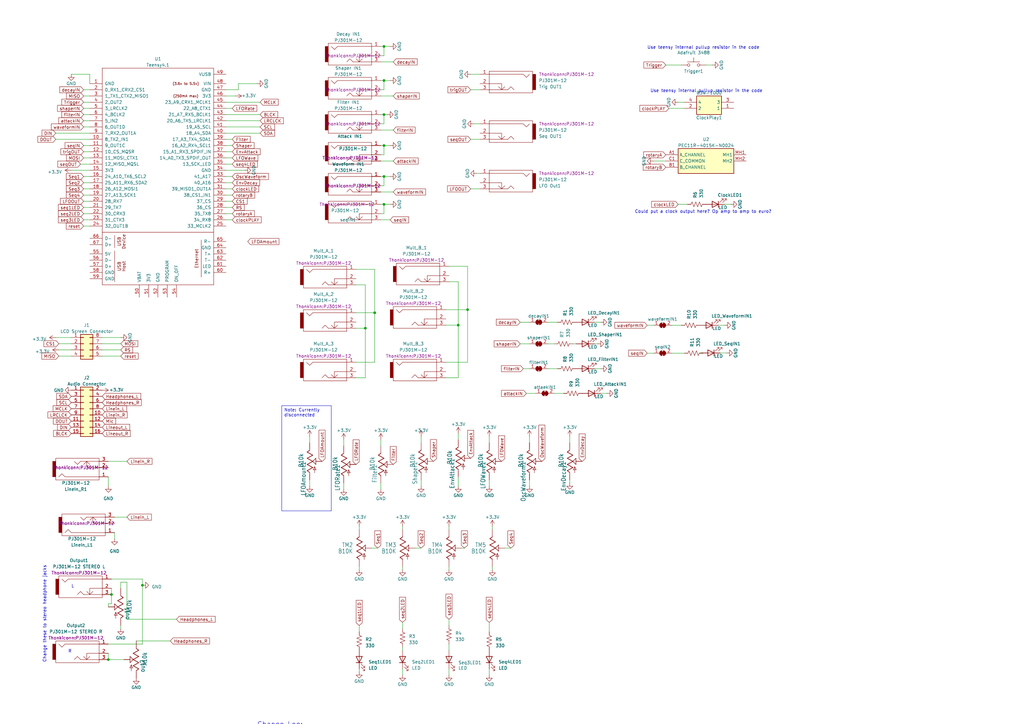
<source format=kicad_sch>
(kicad_sch (version 20230121) (generator eeschema)
  (paper "A3")
  (title_block (title "Bridge System: On Ramp") (date "2023-11-12") (rev "2") (company "North Coast Modular Collective") (comment 1 "www.northcoastmodularcollective.com"))
  (junction (at 44.45 270.51))
  (junction (at 157.48 83.82))
  (junction (at 157.48 46.99))
  (junction (at 149.86 134.62))
  (junction (at 157.48 59.69))
  (junction (at 191.77 127))
  (junction (at 157.48 72.39))
  (junction (at 153.67 128.27))
  (junction (at 187.96 133.35))
  (junction (at 157.48 19.05))
  (junction (at 58.42 240.03))
  (junction (at 157.48 33.02))
  (junction (at 45.72 243.84))
  (wire (pts (xy 52.07 238.76) (xy 49.53 238.76)))
  (wire (pts (xy 172.72 196.85) (xy 172.72 199.39)))
  (wire (pts (xy 165.1 215.9) (xy 165.1 217.17)))
  (wire (pts (xy 24.13 143.51) (xy 29.21 143.51)))
  (wire (pts (xy 267.97 66.04) (xy 273.05 66.04)))
  (wire (pts (xy 157.48 33.02) (xy 157.48 36.83)))
  (wire (pts (xy 41.91 140.97) (xy 49.53 140.97)))
  (wire (pts (xy 156.21 180.34) (xy 156.21 182.88)))
  (wire (pts (xy 156.21 198.12) (xy 156.21 200.66)))
  (wire (pts (xy 49.53 238.76) (xy 49.53 241.3)))
  (wire (pts (xy 34.29 77.47) (xy 36.83 77.47)))
  (wire (pts (xy 92.71 57.15) (xy 95.25 57.15)))
  (wire (pts (xy 157.48 22.86) (xy 157.48 19.05)))
  (wire (pts (xy 182.88 133.35) (xy 187.96 133.35)))
  (wire (pts (xy 156.21 36.83) (xy 157.48 36.83)))
  (wire (pts (xy 24.13 140.97) (xy 29.21 140.97)))
  (wire (pts (xy 34.29 92.71) (xy 36.83 92.71)))
  (wire (pts (xy 146.05 134.62) (xy 149.86 134.62)))
  (wire (pts (xy 213.36 141.0389) (xy 217.17 141.0389)))
  (wire (pts (xy 149.86 134.62) (xy 149.86 154.94)))
  (wire (pts (xy 170.18 224.79) (xy 172.72 224.79)))
  (wire (pts (xy 147.32 256.54) (xy 147.32 259.08)))
  (wire (pts (xy 105.41 34.29) (xy 97.79 34.29)))
  (wire (pts (xy 156.21 78.74) (xy 161.29 78.74)))
  (wire (pts (xy 36.83 34.29) (xy 36.83 30.48)))
  (wire (pts (xy 58.42 264.16) (xy 44.45 264.16)))
  (wire (pts (xy 146.05 110.49) (xy 153.67 110.49)))
  (wire (pts (xy 187.96 133.35) (xy 187.96 154.94)))
  (wire (pts (xy 22.86 54.61) (xy 36.83 54.61)))
  (wire (pts (xy 191.77 148.59) (xy 182.88 148.59)))
  (wire (pts (xy 34.29 49.53) (xy 36.83 49.53)))
  (wire (pts (xy 34.29 90.17) (xy 36.83 90.17)))
  (wire (pts (xy 92.71 64.77) (xy 95.25 64.77)))
  (wire (pts (xy 294.64 133.4189) (xy 297.18 133.4189)))
  (wire (pts (xy 160.02 83.82) (xy 157.48 83.82)))
  (wire (pts (xy 34.29 39.37) (xy 36.83 39.37)))
  (wire (pts (xy 227.33 161.3589) (xy 231.14 161.3589)))
  (wire (pts (xy 146.05 128.27) (xy 153.67 128.27)))
  (wire (pts (xy 44.45 195.58) (xy 44.45 199.39)))
  (wire (pts (xy 184.15 215.9) (xy 184.15 217.17)))
  (wire (pts (xy 157.48 72.39) (xy 160.02 72.39)))
  (wire (pts (xy 149.86 154.94) (xy 146.05 154.94)))
  (wire (pts (xy 34.29 87.63) (xy 36.83 87.63)))
  (wire (pts (xy 207.01 224.79) (xy 209.55 224.79)))
  (wire (pts (xy 217.17 196.85) (xy 217.17 199.39)))
  (wire (pts (xy 153.67 110.49) (xy 153.67 128.27)))
  (wire (pts (xy 156.21 53.34) (xy 161.29 53.34)))
  (wire (pts (xy 95.25 80.01) (xy 92.71 80.01)))
  (wire (pts (xy 95.25 67.31) (xy 92.71 67.31)))
  (wire (pts (xy 92.71 74.93) (xy 95.25 74.93)))
  (wire (pts (xy 147.32 215.9) (xy 147.32 217.17)))
  (wire (pts (xy 243.84 132.1489) (xy 246.38 132.1489)))
  (wire (pts (xy 58.42 240.03) (xy 58.42 264.16)))
  (wire (pts (xy 233.68 196.85) (xy 233.68 198.12)))
  (wire (pts (xy 200.66 274.32) (xy 200.66 276.86)))
  (wire (pts (xy 58.42 237.49) (xy 45.72 237.49)))
  (wire (pts (xy 193.04 57.15) (xy 196.85 57.15)))
  (wire (pts (xy 34.29 52.07) (xy 36.83 52.07)))
  (wire (pts (xy 34.29 72.39) (xy 36.83 72.39)))
  (wire (pts (xy 157.48 50.8) (xy 157.48 46.99)))
  (wire (pts (xy 200.66 179.07) (xy 200.66 181.61)))
  (wire (pts (xy 149.86 116.84) (xy 149.86 134.62)))
  (wire (pts (xy 184.15 254) (xy 184.15 256.54)))
  (wire (pts (xy 292.1 26.67) (xy 289.56 26.67)))
  (wire (pts (xy 195.58 71.12) (xy 196.85 71.12)))
  (wire (pts (xy 46.99 218.44) (xy 46.99 220.98)))
  (wire (pts (xy 297.18 83.82) (xy 299.72 83.82)))
  (wire (pts (xy 45.72 243.84) (xy 45.72 247.65)))
  (wire (pts (xy 22.86 138.43) (xy 29.21 138.43)))
  (wire (pts (xy 157.48 83.82) (xy 156.21 83.82)))
  (wire (pts (xy 184.15 115.57) (xy 187.96 115.57)))
  (wire (pts (xy 92.71 46.99) (xy 106.68 46.99)))
  (wire (pts (xy 49.53 256.54) (xy 49.53 257.81)))
  (wire (pts (xy 156.21 46.99) (xy 157.48 46.99)))
  (wire (pts (xy 41.91 146.05) (xy 49.53 146.05)))
  (wire (pts (xy 214.63 151.1989) (xy 217.17 151.1989)))
  (wire (pts (xy 275.59 144.8489) (xy 280.67 144.8489)))
  (wire (pts (xy 156.21 33.02) (xy 157.48 33.02)))
  (wire (pts (xy 224.79 141.0389) (xy 227.33 141.0389)))
  (wire (pts (xy 201.93 232.41) (xy 201.93 233.68)))
  (wire (pts (xy 34.29 36.83) (xy 36.83 36.83)))
  (wire (pts (xy 55.88 262.89) (xy 69.85 262.89)))
  (wire (pts (xy 34.29 82.55) (xy 36.83 82.55)))
  (wire (pts (xy 187.96 177.8) (xy 187.96 180.34)))
  (wire (pts (xy 191.77 109.22) (xy 191.77 127)))
  (wire (pts (xy 156.21 72.39) (xy 157.48 72.39)))
  (wire (pts (xy 156.21 19.05) (xy 157.48 19.05)))
  (wire (pts (xy 233.68 179.07) (xy 233.68 181.61)))
  (wire (pts (xy 243.84 151.1989) (xy 246.38 151.1989)))
  (wire (pts (xy 156.21 66.04) (xy 161.29 66.04)))
  (wire (pts (xy 29.21 69.85) (xy 36.83 69.85)))
  (wire (pts (xy 97.79 34.29) (xy 97.79 36.83)))
  (wire (pts (xy 156.21 63.5) (xy 157.48 63.5)))
  (wire (pts (xy 95.25 77.47) (xy 92.71 77.47)))
  (wire (pts (xy 157.48 76.2) (xy 157.48 72.39)))
  (wire (pts (xy 265.43 144.8489) (xy 267.97 144.8489)))
  (wire (pts (xy 278.13 41.91) (xy 280.67 41.91)))
  (wire (pts (xy 44.45 267.97) (xy 44.45 270.51)))
  (wire (pts (xy 187.96 115.57) (xy 187.96 133.35)))
  (wire (pts (xy 58.42 237.49) (xy 58.42 240.03)))
  (wire (pts (xy 187.96 154.94) (xy 182.88 154.94)))
  (wire (pts (xy 172.72 179.07) (xy 172.72 181.61)))
  (wire (pts (xy 184.15 274.32) (xy 184.15 276.86)))
  (wire (pts (xy 246.38 161.3589) (xy 248.92 161.3589)))
  (wire (pts (xy 97.79 36.83) (xy 92.71 36.83)))
  (wire (pts (xy 156.21 39.37) (xy 161.29 39.37)))
  (wire (pts (xy 92.71 69.85) (xy 100.33 69.85)))
  (wire (pts (xy 34.29 46.99) (xy 36.83 46.99)))
  (wire (pts (xy 157.48 33.02) (xy 160.02 33.02)))
  (wire (pts (xy 184.15 264.16) (xy 184.15 266.7)))
  (wire (pts (xy 165.1 232.41) (xy 165.1 233.68)))
  (wire (pts (xy 193.04 30.48) (xy 196.85 30.48)))
  (wire (pts (xy 160.02 90.17) (xy 156.21 90.17)))
  (wire (pts (xy 34.29 85.09) (xy 36.83 85.09)))
  (wire (pts (xy 201.93 215.9) (xy 201.93 217.17)))
  (wire (pts (xy 273.05 26.67) (xy 279.4 26.67)))
  (wire (pts (xy 157.48 46.99) (xy 158.75 46.99)))
  (wire (pts (xy 165.1 274.32) (xy 165.1 276.86)))
  (wire (pts (xy 184.15 232.41) (xy 184.15 233.68)))
  (wire (pts (xy 44.45 270.51) (xy 50.8 270.51)))
  (wire (pts (xy 46.99 212.09) (xy 52.07 212.09)))
  (wire (pts (xy 275.59 133.4189) (xy 279.4 133.4189)))
  (wire (pts (xy 92.71 82.55) (xy 95.25 82.55)))
  (wire (pts (xy 156.21 22.86) (xy 157.48 22.86)))
  (wire (pts (xy 92.71 54.61) (xy 106.68 54.61)))
  (wire (pts (xy 36.83 30.48) (xy 29.21 30.48)))
  (wire (pts (xy 92.71 59.69) (xy 95.25 59.69)))
  (wire (pts (xy 157.48 87.63) (xy 157.48 83.82)))
  (wire (pts (xy 234.95 141.0389) (xy 236.22 141.0389)))
  (wire (pts (xy 34.29 44.45) (xy 36.83 44.45)))
  (wire (pts (xy 92.71 52.07) (xy 106.68 52.07)))
  (wire (pts (xy 157.48 19.05) (xy 160.02 19.05)))
  (wire (pts (xy 288.29 144.8489) (xy 287.02 144.8489)))
  (wire (pts (xy 200.66 255.27) (xy 200.66 259.08)))
  (wire (pts (xy 287.02 144.78) (xy 287.7712 144.78)))
  (wire (pts (xy 156.21 50.8) (xy 157.48 50.8)))
  (wire (pts (xy 95.25 87.63) (xy 92.71 87.63)))
  (wire (pts (xy 156.21 59.69) (xy 157.48 59.69)))
  (wire (pts (xy 44.45 189.23) (xy 52.07 189.23)))
  (wire (pts (xy 92.71 62.23) (xy 95.25 62.23)))
  (wire (pts (xy 34.29 59.69) (xy 36.83 59.69)))
  (wire (pts (xy 156.21 87.63) (xy 157.48 87.63)))
  (wire (pts (xy 191.77 127) (xy 191.77 148.59)))
  (wire (pts (xy 92.71 49.53) (xy 106.68 49.53)))
  (wire (pts (xy 34.29 62.23) (xy 36.83 62.23)))
  (wire (pts (xy 92.71 44.45) (xy 95.25 44.45)))
  (wire (pts (xy 52.07 238.76) (xy 52.07 254)))
  (wire (pts (xy 153.67 128.27) (xy 153.67 148.59)))
  (wire (pts (xy 152.4 224.79) (xy 154.94 224.79)))
  (wire (pts (xy 127 179.07) (xy 127 181.61)))
  (wire (pts (xy 184.15 109.22) (xy 191.77 109.22)))
  (wire (pts (xy 278.13 83.82) (xy 281.94 83.82)))
  (wire (pts (xy 34.29 74.93) (xy 36.83 74.93)))
  (wire (pts (xy 200.66 196.85) (xy 200.66 199.39)))
  (wire (pts (xy 52.07 254) (xy 72.39 254)))
  (wire (pts (xy 194.31 50.8) (xy 196.85 50.8)))
  (wire (pts (xy 95.25 90.17) (xy 92.71 90.17)))
  (wire (pts (xy 45.72 241.3) (xy 45.72 243.84)))
  (wire (pts (xy 193.04 36.83) (xy 196.85 36.83)))
  (wire (pts (xy 147.32 232.41) (xy 147.32 233.68)))
  (wire (pts (xy 224.79 151.1989) (xy 228.6 151.1989)))
  (wire (pts (xy 295.3912 144.78) (xy 297.9312 144.78)))
  (wire (pts (xy 34.29 41.91) (xy 36.83 41.91)))
  (wire (pts (xy 243.84 141.0389) (xy 245.11 141.0389)))
  (wire (pts (xy 213.36 132.1489) (xy 217.17 132.1489)))
  (wire (pts (xy 22.86 57.15) (xy 36.83 57.15)))
  (wire (pts (xy 92.71 41.91) (xy 106.68 41.91)))
  (wire (pts (xy 156.21 25.4) (xy 161.29 25.4)))
  (wire (pts (xy 140.97 198.12) (xy 140.97 200.66)))
  (wire (pts (xy 45.72 247.65) (xy 44.45 247.65)))
  (wire (pts (xy 153.67 148.59) (xy 146.05 148.59)))
  (wire (pts (xy 215.9 161.3589) (xy 219.71 161.3589)))
  (wire (pts (xy 44.45 247.65) (xy 44.45 248.92)))
  (wire (pts (xy 34.29 64.77) (xy 36.83 64.77)))
  (wire (pts (xy 224.79 132.1489) (xy 228.6 132.1489)))
  (wire (pts (xy 92.71 39.37) (xy 96.52 39.37)))
  (wire (pts (xy 193.04 77.47) (xy 196.85 77.47)))
  (wire (pts (xy 41.91 138.43) (xy 49.53 138.43)))
  (wire (pts (xy 34.29 80.01) (xy 36.83 80.01)))
  (wire (pts (xy 274.32 44.45) (xy 280.67 44.45)))
  (wire (pts (xy 182.88 127) (xy 191.77 127)))
  (wire (pts (xy 165.1 265.43) (xy 165.1 266.7)))
  (wire (pts (xy 147.32 274.32) (xy 147.32 275.59)))
  (wire (pts (xy 127 196.85) (xy 127 199.39)))
  (wire (pts (xy 165.1 255.27) (xy 165.1 257.81)))
  (wire (pts (xy 287.02 144.8489) (xy 287.02 144.78)))
  (wire (pts (xy 157.48 59.69) (xy 160.02 59.69)))
  (wire (pts (xy 33.02 67.31) (xy 36.83 67.31)))
  (wire (pts (xy 92.71 72.39) (xy 95.25 72.39)))
  (wire (pts (xy 24.13 146.05) (xy 29.21 146.05)))
  (wire (pts (xy 189.23 224.79) (xy 190.5 224.79)))
  (wire (pts (xy 41.91 143.51) (xy 49.53 143.51)))
  (wire (pts (xy 146.05 116.84) (xy 149.86 116.84)))
  (wire (pts (xy 157.48 63.5) (xy 157.48 59.69)))
  (wire (pts (xy 140.97 180.34) (xy 140.97 182.88)))
  (wire (pts (xy 156.21 76.2) (xy 157.48 76.2)))
  (wire (pts (xy 187.96 195.58) (xy 187.96 199.39)))
  (wire (pts (xy 265.43 133.4189) (xy 267.97 133.4189)))
  (wire (pts (xy 217.17 179.07) (xy 217.17 181.61)))
  (wire (pts (xy 92.71 85.09) (xy 95.25 85.09)))
  (text_box "Note: Currently disconnected" (at 115.57 166.37 0) (size 20.32 43.18) (effects (font (size 1.27 1.27)) (justify left top)))
  (text "Use teensy internal pullup resistor in the code" (at 266.7 38.1 0) (effects (font (size 1.27 1.27)) (justify left bottom)))
  (text "Change these to stereo headphone jacks" (at 19.05 271.78 90) (effects (font (size 1.27 1.27)) (justify left bottom)))
  (text "L" (at 29.21 241.3 0) (effects (font (size 1.27 1.27)) (justify left bottom)))
  (text "Could put a clock output here? Op amp to amp to euro? " (at 260.35 87.63 0) (effects (font (size 1.27 1.27)) (justify left bottom)))
  (text "R" (at 27.94 267.97 0) (effects (font (size 1.27 1.27)) (justify left bottom)))
  (text "Change Log:\n1) [DONE] fix the button wiring\n2) rewire the outputs to be L/R mirrors, not L then R\n3) Add standoff holes with space around edges to mount it in a box if needed\n4) [DONE] Rename clock start-stop to clock play-pause\n5) [DONE] Swap \"trigger\" button with arcade button in schematic/PCB\n6) Add LEDs to the inputs to show patched signal values\n7) For the patch out jacks, make it so the output/input doesn't need a pullup resistor?\n8) Rev 3: Make input jacks able to handle Euro level inputs - Use op amps?\n9) [DONE] MCLK from Audio board is supposed to go to pin 23 not 33. Currently LFO ammount is at 23, need to find a new home for it.\n10) Look into a MUX for analog pins, like this one: CD74HC4051-EP Analog Multiplexer and Demultiplexer \n11) [DONE] Reorganize the parts on the PCB to match relative positions of new layout design\n12) [DONE] Add Mult jacks\n13) LFO Amount pot needs an analog pin on the Teensy\n14) [DONE] Clock out changed to seqIN on pin 9\n15) [DONE] Swapped out onboard audio and LCD screen for the headers that connect to modules with them" (at 105.41 346.71 0) (effects (font (size 2 2)) (justify left bottom)))
  (text "Use teensy internal pullup resistor in the code" (at 265.43 20.32 0) (effects (font (size 1.27 1.27)) (justify left bottom)))
  (global_label "seqOUT" (shape input) (at 33.02 67.31 180) (property "Intersheetrefs" "${INTERSHEET_REFS}" (effects hide)))
  (global_label "Lineout_R" (shape input) (at 41.91 177.8 0) (property "Intersheetrefs" "${INTERSHEET_REFS}" (effects hide)))
  (global_label "Seq2" (shape input) (at 34.29 74.93 180) (property "Intersheetrefs" "${INTERSHEET_REFS}" (effects hide)))
  (global_label "seqIN" (shape input) (at 160.02 90.17 0) (property "Intersheetrefs" "${INTERSHEET_REFS}" (effects hide)))
  (global_label "MOSI" (shape input) (at 34.29 64.77 180) (property "Intersheetrefs" "${INTERSHEET_REFS}" (effects hide)))
  (global_label "Trigger" (shape input) (at 34.29 41.91 180) (property "Intersheetrefs" "${INTERSHEET_REFS}" (effects hide)))
  (global_label "DOUT" (shape input) (at 29.21 172.72 180) (property "Intersheetrefs" "${INTERSHEET_REFS}" (effects hide)))
  (global_label "LRCLCK" (shape input) (at 29.21 170.18 180) (property "Intersheetrefs" "${INTERSHEET_REFS}" (effects hide)))
  (global_label "decayIN" (shape input) (at 34.29 36.83 180) (property "Intersheetrefs" "${INTERSHEET_REFS}" (effects hide)))
  (global_label "EnvDecay" (shape input) (at 95.25 74.93 0) (property "Intersheetrefs" "${INTERSHEET_REFS}" (effects hide)))
  (global_label "DIN" (shape input) (at 22.86 54.61 180) (property "Intersheetrefs" "${INTERSHEET_REFS}" (effects hide)))
  (global_label "Filter" (shape input) (at 161.29 190.5 90) (property "Intersheetrefs" "${INTERSHEET_REFS}" (effects hide)))
  (global_label "Seq2" (shape input) (at 172.72 224.79 90) (property "Intersheetrefs" "${INTERSHEET_REFS}" (effects hide)))
  (global_label "decayIN" (shape input) (at 161.29 25.4 0) (property "Intersheetrefs" "${INTERSHEET_REFS}" (effects hide)))
  (global_label "Trigger" (shape input) (at 273.05 26.67 180) (property "Intersheetrefs" "${INTERSHEET_REFS}" (effects hide)))
  (global_label "SDA" (shape input) (at 29.21 162.56 180) (property "Intersheetrefs" "${INTERSHEET_REFS}" (effects hide)))
  (global_label "LFOAmount" (shape input) (at 132.08 189.23 90) (property "Intersheetrefs" "${INTERSHEET_REFS}" (effects hide)))
  (global_label "Seq3" (shape input) (at 190.5 224.79 90) (property "Intersheetrefs" "${INTERSHEET_REFS}" (effects hide)))
  (global_label "Mic" (shape input) (at 41.91 172.72 0) (property "Intersheetrefs" "${INTERSHEET_REFS}" (effects hide)))
  (global_label "Seq3" (shape input) (at 34.29 77.47 180) (property "Intersheetrefs" "${INTERSHEET_REFS}" (effects hide)))
  (global_label "filterIN" (shape input) (at 161.29 53.34 0) (property "Intersheetrefs" "${INTERSHEET_REFS}" (effects hide)))
  (global_label "waveformIN" (shape input) (at 161.29 78.74 0) (property "Intersheetrefs" "${INTERSHEET_REFS}" (effects hide)))
  (global_label "LFOWave" (shape input) (at 95.25 64.77 0) (property "Intersheetrefs" "${INTERSHEET_REFS}" (effects hide)))
  (global_label "rotaryB" (shape input) (at 95.25 80.01 0) (property "Intersheetrefs" "${INTERSHEET_REFS}" (effects hide)))
  (global_label "LFOAmount" (shape input) (at 101.6 99.06 0) (property "Intersheetrefs" "${INTERSHEET_REFS}" (effects hide)))
  (global_label "Linein_R" (shape input) (at 41.91 170.18 0) (property "Intersheetrefs" "${INTERSHEET_REFS}" (effects hide)))
  (global_label "seq2LED" (shape input) (at 34.29 87.63 180) (property "Intersheetrefs" "${INTERSHEET_REFS}" (effects hide)))
  (global_label "seq3LED" (shape input) (at 34.29 90.17 180) (property "Intersheetrefs" "${INTERSHEET_REFS}" (effects hide)))
  (global_label "OscWaveform" (shape input) (at 95.25 72.39 0) (property "Intersheetrefs" "${INTERSHEET_REFS}" (effects hide)))
  (global_label "MOSI" (shape input) (at 49.53 140.97 0) (property "Intersheetrefs" "${INTERSHEET_REFS}" (effects hide)))
  (global_label "SCL" (shape input) (at 106.68 52.07 0) (property "Intersheetrefs" "${INTERSHEET_REFS}" (effects hide)))
  (global_label "MISO" (shape input) (at 24.13 146.05 180) (property "Intersheetrefs" "${INTERSHEET_REFS}" (effects hide)))
  (global_label "Linein_L" (shape input) (at 41.91 167.64 0) (property "Intersheetrefs" "${INTERSHEET_REFS}" (effects hide)))
  (global_label "trigOUT" (shape input) (at 34.29 62.23 180) (property "Intersheetrefs" "${INTERSHEET_REFS}" (effects hide)))
  (global_label "BLCK" (shape input) (at 106.68 46.99 0) (property "Intersheetrefs" "${INTERSHEET_REFS}" (effects hide)))
  (global_label "seq2LED" (shape input) (at 165.1 255.27 90) (property "Intersheetrefs" "${INTERSHEET_REFS}" (effects hide)))
  (global_label "filterIN" (shape input) (at 214.63 151.1989 180) (property "Intersheetrefs" "${INTERSHEET_REFS}" (effects hide)))
  (global_label "rotaryA" (shape input) (at 273.05 63.5 180) (property "Intersheetrefs" "${INTERSHEET_REFS}" (effects hide)))
  (global_label "seqIN" (shape input) (at 265.43 144.8489 180) (property "Intersheetrefs" "${INTERSHEET_REFS}" (effects hide)))
  (global_label "filterIN" (shape input) (at 34.29 46.99 180) (property "Intersheetrefs" "${INTERSHEET_REFS}" (effects hide)))
  (global_label "clockPLAY" (shape input) (at 274.32 44.45 180) (property "Intersheetrefs" "${INTERSHEET_REFS}" (effects hide)))
  (global_label "MCLK" (shape input) (at 29.21 167.64 180) (property "Intersheetrefs" "${INTERSHEET_REFS}" (effects hide)))
  (global_label "seqOUT" (shape input) (at 193.04 57.15 180) (property "Intersheetrefs" "${INTERSHEET_REFS}" (effects hide)))
  (global_label "trigOUT" (shape input) (at 193.04 36.83 180) (property "Intersheetrefs" "${INTERSHEET_REFS}" (effects hide)))
  (global_label "SCL" (shape input) (at 29.21 165.1 180) (property "Intersheetrefs" "${INTERSHEET_REFS}" (effects hide)))
  (global_label "attackIN" (shape input) (at 34.29 49.53 180) (property "Intersheetrefs" "${INTERSHEET_REFS}" (effects hide)))
  (global_label "rotaryA" (shape input) (at 95.25 87.63 0) (property "Intersheetrefs" "${INTERSHEET_REFS}" (effects hide)))
  (global_label "OscWaveform" (shape input) (at 222.25 189.23 90) (property "Intersheetrefs" "${INTERSHEET_REFS}" (effects hide)))
  (global_label "clockPLAY" (shape input) (at 95.25 90.17 0) (property "Intersheetrefs" "${INTERSHEET_REFS}" (effects hide)))
  (global_label "RS" (shape input) (at 49.53 143.51 0) (property "Intersheetrefs" "${INTERSHEET_REFS}" (effects hide)))
  (global_label "LFOWave" (shape input) (at 205.74 189.23 90) (property "Intersheetrefs" "${INTERSHEET_REFS}" (effects hide)))
  (global_label "Seq1" (shape input) (at 154.94 224.79 90) (property "Intersheetrefs" "${INTERSHEET_REFS}" (effects hide)))
  (global_label "Shaper" (shape input) (at 95.25 59.69 0) (property "Intersheetrefs" "${INTERSHEET_REFS}" (effects hide)))
  (global_label "CS1" (shape input) (at 95.25 82.55 0) (property "Intersheetrefs" "${INTERSHEET_REFS}" (effects hide)))
  (global_label "shaperIN" (shape input) (at 161.29 39.37 0) (property "Intersheetrefs" "${INTERSHEET_REFS}" (effects hide)))
  (global_label "Headphones_L" (shape input) (at 72.39 254 0) (property "Intersheetrefs" "${INTERSHEET_REFS}" (effects hide)))
  (global_label "seq1LED" (shape input) (at 34.29 85.09 180) (property "Intersheetrefs" "${INTERSHEET_REFS}" (effects hide)))
  (global_label "SDA" (shape input) (at 106.68 54.61 0) (property "Intersheetrefs" "${INTERSHEET_REFS}" (effects hide)))
  (global_label "reset" (shape input) (at 49.53 146.05 0) (property "Intersheetrefs" "${INTERSHEET_REFS}" (effects hide)))
  (global_label "LFOOUT" (shape input) (at 34.29 82.55 180) (property "Intersheetrefs" "${INTERSHEET_REFS}" (effects hide)))
  (global_label "waveformIN" (shape input) (at 265.43 133.4189 180) (property "Intersheetrefs" "${INTERSHEET_REFS}" (effects hide)))
  (global_label "EnvAttack" (shape input) (at 193.04 187.96 90) (property "Intersheetrefs" "${INTERSHEET_REFS}" (effects hide)))
  (global_label "attackIN" (shape input) (at 215.9 161.3589 180) (property "Intersheetrefs" "${INTERSHEET_REFS}" (effects hide)))
  (global_label "seq4LED" (shape input) (at 95.25 67.31 0) (property "Intersheetrefs" "${INTERSHEET_REFS}" (effects hide)))
  (global_label "attackIN" (shape input) (at 161.29 66.04 0) (property "Intersheetrefs" "${INTERSHEET_REFS}" (effects hide)))
  (global_label "Linein_R" (shape input) (at 52.07 189.23 0) (property "Intersheetrefs" "${INTERSHEET_REFS}" (effects hide)))
  (global_label "EnvDecay" (shape input) (at 238.76 189.23 90) (property "Intersheetrefs" "${INTERSHEET_REFS}" (effects hide)))
  (global_label "LFOOUT" (shape input) (at 193.04 77.47 180) (property "Intersheetrefs" "${INTERSHEET_REFS}" (effects hide)))
  (global_label "seq1LED" (shape input) (at 147.32 256.54 90) (property "Intersheetrefs" "${INTERSHEET_REFS}" (effects hide)))
  (global_label "Seq4" (shape input) (at 34.29 80.01 180) (property "Intersheetrefs" "${INTERSHEET_REFS}" (effects hide)))
  (global_label "Headphones_L" (shape input) (at 41.91 162.56 0) (property "Intersheetrefs" "${INTERSHEET_REFS}" (effects hide)))
  (global_label "clockLED" (shape input) (at 278.13 83.82 180) (property "Intersheetrefs" "${INTERSHEET_REFS}" (effects hide)))
  (global_label "shaperIN" (shape input) (at 34.29 44.45 180) (property "Intersheetrefs" "${INTERSHEET_REFS}" (effects hide)))
  (global_label "MISO" (shape input) (at 34.29 39.37 180) (property "Intersheetrefs" "${INTERSHEET_REFS}" (effects hide)))
  (global_label "clockLED" (shape input) (at 95.25 77.47 0) (property "Intersheetrefs" "${INTERSHEET_REFS}" (effects hide)))
  (global_label "LFORate" (shape input) (at 95.25 44.45 0) (property "Intersheetrefs" "${INTERSHEET_REFS}" (effects hide)))
  (global_label "seqIN" (shape input) (at 34.29 59.69 180) (property "Intersheetrefs" "${INTERSHEET_REFS}" (effects hide)))
  (global_label "DIN" (shape input) (at 29.21 175.26 180) (property "Intersheetrefs" "${INTERSHEET_REFS}" (effects hide)))
  (global_label "waveformIN" (shape input) (at 34.29 52.07 180) (property "Intersheetrefs" "${INTERSHEET_REFS}" (effects hide)))
  (global_label "RS" (shape input) (at 95.25 85.09 0) (property "Intersheetrefs" "${INTERSHEET_REFS}" (effects hide)))
  (global_label "Filter" (shape input) (at 95.25 57.15 0) (property "Intersheetrefs" "${INTERSHEET_REFS}" (effects hide)))
  (global_label "rotaryB" (shape input) (at 273.05 68.58 180) (property "Intersheetrefs" "${INTERSHEET_REFS}" (effects hide)))
  (global_label "DOUT" (shape input) (at 22.86 57.15 180) (property "Intersheetrefs" "${INTERSHEET_REFS}" (effects hide)))
  (global_label "decayIN" (shape input) (at 213.36 132.1489 180) (property "Intersheetrefs" "${INTERSHEET_REFS}" (effects hide)))
  (global_label "CS1" (shape input) (at 24.13 140.97 180) (property "Intersheetrefs" "${INTERSHEET_REFS}" (effects hide)))
  (global_label "Headphones_R" (shape input) (at 69.85 262.89 0) (property "Intersheetrefs" "${INTERSHEET_REFS}" (effects hide)))
  (global_label "seq4LED" (shape input) (at 200.66 255.27 90) (property "Intersheetrefs" "${INTERSHEET_REFS}" (effects hide)))
  (global_label "shaperIN" (shape input) (at 213.36 141.0389 180) (property "Intersheetrefs" "${INTERSHEET_REFS}" (effects hide)))
  (global_label "Shaper" (shape input) (at 177.8 189.23 90) (property "Intersheetrefs" "${INTERSHEET_REFS}" (effects hide)))
  (global_label "Seq4" (shape input) (at 209.55 224.79 90) (property "Intersheetrefs" "${INTERSHEET_REFS}" (effects hide)))
  (global_label "Linein_L" (shape input) (at 52.07 212.09 0) (property "Intersheetrefs" "${INTERSHEET_REFS}" (effects hide)))
  (global_label "Headphones_R" (shape input) (at 41.91 165.1 0) (property "Intersheetrefs" "${INTERSHEET_REFS}" (effects hide)))
  (global_label "LFORate" (shape input) (at 146.05 190.5 90) (property "Intersheetrefs" "${INTERSHEET_REFS}" (effects hide)))
  (global_label "Lineout_L" (shape input) (at 41.91 175.26 0) (property "Intersheetrefs" "${INTERSHEET_REFS}" (effects hide)))
  (global_label "reset" (shape input) (at 34.29 92.71 180) (property "Intersheetrefs" "${INTERSHEET_REFS}" (effects hide)))
  (global_label "BLCK" (shape input) (at 29.21 177.8 180) (property "Intersheetrefs" "${INTERSHEET_REFS}" (effects hide)))
  (global_label "LRCLCK" (shape input) (at 106.68 49.53 0) (property "Intersheetrefs" "${INTERSHEET_REFS}" (effects hide)))
  (global_label "Seq1" (shape input) (at 34.29 72.39 180) (property "Intersheetrefs" "${INTERSHEET_REFS}" (effects hide)))
  (global_label "seq3LED" (shape input) (at 184.15 254 90) (property "Intersheetrefs" "${INTERSHEET_REFS}" (effects hide)))
  (global_label "MCLK" (shape input) (at 106.68 41.91 0) (property "Intersheetrefs" "${INTERSHEET_REFS}" (effects hide)))
  (global_label "EnvAttack" (shape input) (at 95.25 62.23 0) (property "Intersheetrefs" "${INTERSHEET_REFS}" (effects hide)))
  (symbol (lib_id "power:GND") (at 245.11 141.0389 90) (unit 1)
    (property "Reference" "#PWR051" (effects hide))
    (property "Value" "GND" (at 248.92 141.0389 0))
  )
  (symbol (lib_id "thonkiconn:PJ301M-12") (at 134.62 152.4 0) (unit 1)
    (property "Reference" "Mult_A_3" (at 132.715 140.97 0))
    (property "Value" "PJ301M-12" (at 132.715 143.51 0))
    (property "Footprint" "Thonkiconn:PJ301M-12" (at 132.715 146.05 0))
  )
  (symbol (lib_id "power:GND") (at 160.02 72.39 90) (unit 1)
    (property "Reference" "#PWR043" (effects hide))
    (property "Value" "GND" (at 163.83 72.39 0))
  )
  (symbol (lib_id "thonkiconn:PJ301M-12") (at 134.62 114.3 0) (unit 1)
    (property "Reference" "Mult_A_1" (at 132.715 102.87 0))
    (property "Value" "PJ301M-12" (at 132.715 105.41 0))
    (property "Footprint" "Thonkiconn:PJ301M-12" (at 132.715 107.95 0))
  )
  (symbol (lib_id "power:+3.3V") (at 156.21 180.34 0) (unit 1)
    (property "Reference" "#PWR024" (effects hide))
    (property "Value" "+3.3V" (at 156.21 176.53 0))
  )
  (symbol (lib_id "Device:R_US") (at 231.14 141.0389 270) (unit 1)
    (property "Reference" "R7" (at 230.505 138.4989 0) (effects (justify right)))
    (property "Value" "330" (at 233.045 138.4989 0) (effects (justify right)))
    (property "Footprint" "Resistor_SMD:R_1206_3216Metric_Pad1.30x1.75mm_HandSolder" (effects hide))
  )
  (symbol (lib_id "power:GND") (at 165.1 233.68 0) (unit 1)
    (property "Reference" "#PWR015" (effects hide))
    (property "Value" "GND" (at 165.1 237.49 0))
  )
  (symbol (lib_id "thonkiconn:PJ301M-12") (at 144.78 87.63 0) (unit 1)
    (property "Reference" "seqIN1" (at 146.05 90.17 0) (effects (justify right)))
    (property "Value" "PJ301M-12" (at 147.32 86.36 0) (effects (justify right)))
    (property "Footprint" "Thonkiconn:PJ301M-12" (at 153.67 83.82 0) (effects (justify right)))
  )
  (symbol (lib_id "power:GND") (at 160.02 83.82 90) (mirror x) (unit 1)
    (property "Reference" "#PWR038" (effects hide))
    (property "Value" "GND" (at 163.83 83.82 0))
  )
  (symbol (lib_id "power:GND") (at 44.45 199.39 0) (unit 1)
    (property "Reference" "#PWR059" (effects hide))
    (property "Value" "GND" (at 44.45 204.47 0))
  )
  (symbol (lib_id "power:GND") (at 140.97 200.66 0) (unit 1)
    (property "Reference" "#PWR028" (effects hide))
    (property "Value" "GND" (at 140.97 204.47 0))
  )
  (symbol (lib_id "Device:LED") (at 293.37 83.82 180) (unit 1)
    (property "Reference" "ClockLED1" (at 294.3225 80.01 0) (effects (justify right)))
    (property "Value" "LED" (at 294.64 85.09 0) (effects (justify right)))
    (property "Footprint" "LED_THT:LED_D3.0mm" (effects hide))
  )
  (symbol (lib_id "power:GND") (at 299.72 83.82 90) (unit 1)
    (property "Reference" "#PWR049" (effects hide))
    (property "Value" "GND" (at 303.53 83.82 0))
  )
  (symbol (lib_id "thonkiconn:PJ301M-12") (at 33.02 267.97 0) (unit 1)
    (property "Reference" "Output2" (at 31.115 256.54 0))
    (property "Value" "PJ301M-12 STEREO R" (at 31.115 259.08 0))
    (property "Footprint" "Thonkiconn:PJ301M-12" (at 31.115 261.62 0))
  )
  (symbol (lib_id "Device:R_US") (at 165.1 261.62 180) (unit 1)
    (property "Reference" "R3" (at 167.64 260.985 0) (effects (justify right)))
    (property "Value" "330" (at 167.64 263.525 0) (effects (justify right)))
    (property "Footprint" "Resistor_SMD:R_1206_3216Metric_Pad1.30x1.75mm_HandSolder" (effects hide))
  )
  (symbol (lib_id "Jumper:SolderJumper_2_Bridged") (at 223.52 161.3589 0) (unit 1)
    (property "Reference" "attackIN1" (at 223.52 158.8189 0))
    (property "Value" "~" (at 223.52 158.8189 0))
  )
  (symbol (lib_id "power:GND") (at 156.21 200.66 0) (unit 1)
    (property "Reference" "#PWR029" (effects hide))
    (property "Value" "GND" (at 156.21 204.47 0))
  )
  (symbol (lib_id "power:GND") (at 160.02 59.69 90) (unit 1)
    (property "Reference" "#PWR042" (effects hide))
    (property "Value" "GND" (at 163.83 59.69 0))
  )
  (symbol (lib_id "Device:LED") (at 290.83 133.4189 180) (unit 1)
    (property "Reference" "LED_WaveformIN1" (at 291.7825 129.6089 0) (effects (justify right)))
    (property "Value" "LED" (at 292.1 134.6889 0) (effects (justify right)))
    (property "Footprint" "LED_THT:LED_D3.0mm" (effects hide))
  )
  (symbol (lib_id "thonkiconn:PJ301M-12") (at 144.78 50.8 0) (unit 1)
    (property "Reference" "Filter IN1" (at 142.875 41.91 0))
    (property "Value" "PJ301M-12" (at 142.875 44.45 0))
    (property "Footprint" "Thonkiconn:PJ301M-12" (at 144.78 50.8 0))
  )
  (symbol (lib_id "thonkiconn:PJ301M-12") (at 33.02 191.77 0) (mirror x) (unit 1)
    (property "Reference" "LineIn_R1" (at 31.115 200.66 0))
    (property "Value" "PJ301M-12" (at 31.115 198.12 0))
    (property "Footprint" "Thonkiconn:PJ301M-12" (at 33.02 191.77 0))
  )
  (symbol (lib_id "power:GND") (at 248.92 161.3589 90) (unit 1)
    (property "Reference" "#PWR053" (effects hide))
    (property "Value" "GND" (at 252.73 161.3589 0))
  )
  (symbol (lib_id "thonkiconn:PJ301M-12") (at 208.28 34.29 0) (mirror y) (unit 1)
    (property "Reference" "Trig OUT1" (at 220.98 35.56 0) (effects (justify right)))
    (property "Value" "PJ301M-12" (at 220.98 33.02 0) (effects (justify right)))
    (property "Footprint" "Thonkiconn:PJ301M-12" (at 220.98 30.48 0) (effects (justify right)))
  )
  (symbol (lib_id "power:GND") (at 278.13 41.91 270) (unit 1)
    (property "Reference" "#PWR036" (effects hide))
    (property "Value" "GND" (at 274.32 41.91 0))
  )
  (symbol (lib_id "power:+3.3V") (at 22.86 138.43 90) (unit 1)
    (property "Reference" "#PWR065" (effects hide))
    (property "Value" "+3.3V" (at 19.05 139.065 90) (effects (justify left)))
  )
  (symbol (lib_id "power:GND") (at 55.88 278.13 0) (unit 1)
    (property "Reference" "#PWR060" (effects hide))
    (property "Value" "GND" (at 55.88 281.94 0))
  )
  (symbol (lib_id "US-EVUL Alpha Potentiometer Eurorack:US-EVUL") (at 55.88 270.51 0) (mirror y) (unit 1)
    (property "Reference" "out2" (at 58.42 270.51 90) (effects (font (size 1.778 1.5113)) (justify right)))
    (property "Value" "A10k" (at 58.42 273.05 90) (effects (font (size 1.778 1.5113)) (justify left bottom)))
    (property "Footprint" "Alpha potentiometer eurorack:EVUFXL" (effects hide))
  )
  (symbol (lib_id "power:+3.3V") (at 165.1 215.9 0) (unit 1)
    (property "Reference" "#PWR011" (effects hide))
    (property "Value" "+3.3V" (at 165.1 212.09 0))
  )
  (symbol (lib_id "power:GND") (at 184.15 233.68 0) (unit 1)
    (property "Reference" "#PWR016" (effects hide))
    (property "Value" "GND" (at 184.15 237.49 0))
  )
  (symbol (lib_id "Device:LED") (at 147.32 270.51 90) (unit 1)
    (property "Reference" "Seq1LED1" (at 151.13 271.4625 90) (effects (justify right)))
    (property "Value" "LED" (at 151.13 274.0025 90) (effects (justify right)))
    (property "Footprint" "LED_THT:LED_D3.0mm" (effects hide))
  )
  (symbol (lib_id "Audio Module Eurorack:Conn_02x04_Counter_Clockwise") (at 34.29 140.97 0) (unit 1)
    (property "Reference" "J1" (at 35.56 133.35 0))
    (property "Value" "LCD Screen Connector" (at 35.56 135.89 0))
    (property "Footprint" "Connector_PinSocket_2.00mm:PinSocket_2x04_P2.00mm_Vertical_SMD" (effects hide))
  )
  (symbol (lib_id "power:+3.3V") (at 201.93 215.9 0) (unit 1)
    (property "Reference" "#PWR013" (effects hide))
    (property "Value" "+3.3V" (at 201.93 212.09 0))
  )
  (symbol (lib_id "power:GND") (at 147.32 233.68 0) (unit 1)
    (property "Reference" "#PWR014" (effects hide))
    (property "Value" "GND" (at 147.32 237.49 0))
  )
  (symbol (lib_id "power:+3.3V") (at 233.68 179.07 0) (unit 1)
    (property "Reference" "#PWR021" (effects hide))
    (property "Value" "+3.3V" (at 233.68 175.26 0))
  )
  (symbol (lib_id "Device:LED") (at 165.1 270.51 90) (unit 1)
    (property "Reference" "Seq2LED1" (at 168.91 271.4625 90) (effects (justify right)))
    (property "Value" "LED" (at 168.91 274.0025 90) (effects (justify right)))
    (property "Footprint" "LED_THT:LED_D3.0mm" (effects hide))
  )
  (symbol (lib_id "power:+3.3V") (at 29.21 69.85 90) (unit 1)
    (property "Reference" "#PWR05" (effects hide))
    (property "Value" "+3.3V" (at 25.4 70.485 90) (effects (justify left)))
  )
  (symbol (lib_id "power:GND") (at 217.17 199.39 0) (unit 1)
    (property "Reference" "#PWR033" (effects hide))
    (property "Value" "GND" (at 217.17 203.2 0))
  )
  (symbol (lib_id "US-EVUL Alpha Potentiometer Eurorack:US-EVUL") (at 233.68 189.23 0) (unit 1)
    (property "Reference" "EnvDecay1" (at 231.14 189.23 90) (effects (font (size 1.778 1.5113)) (justify right)))
    (property "Value" "B10k" (at 231.14 191.77 90) (effects (font (size 1.778 1.5113)) (justify left bottom)))
    (property "Footprint" "Alpha potentiometer eurorack:EVUFXL" (effects hide))
  )
  (symbol (lib_id "power:GND") (at 184.15 276.86 0) (unit 1)
    (property "Reference" "#PWR047" (effects hide))
    (property "Value" "GND" (at 184.15 280.67 0))
  )
  (symbol (lib_id "power:+3.3V") (at 147.32 215.9 0) (unit 1)
    (property "Reference" "#PWR010" (effects hide))
    (property "Value" "+3.3V" (at 147.32 212.09 0))
  )
  (symbol (lib_id "Fader bourne eurorack:TRIMSLIDE60") (at 147.32 224.79 0) (unit 1)
    (property "Reference" "TM2" (at 144.78 223.52 0) (effects (font (size 1.778 1.5113)) (justify right)))
    (property "Value" "B10K" (at 144.78 226.06 0) (effects (font (size 1.778 1.5113)) (justify right)))
    (property "Footprint" "Fader Bourne Eurorack:SLIDEPOT-60" (effects hide))
  )
  (symbol (lib_id "Jumper:SolderJumper_2_Bridged") (at 271.78 133.4189 0) (unit 1)
    (property "Reference" "waveformIN1" (at 271.78 130.8789 0))
    (property "Value" "~" (at 271.78 130.8789 0))
  )
  (symbol (lib_id "power:GND") (at 105.41 34.29 90) (unit 1)
    (property "Reference" "#PWR04" (effects hide))
    (property "Value" "GND" (at 109.22 34.29 0))
  )
  (symbol (lib_id "power:+3.3V") (at 217.17 179.07 0) (unit 1)
    (property "Reference" "#PWR020" (effects hide))
    (property "Value" "+3.3V" (at 217.17 175.26 0))
  )
  (symbol (lib_id "power:GND") (at 127 199.39 0) (unit 1)
    (property "Reference" "#PWR027" (effects hide))
    (property "Value" "GND" (at 127 203.2 0))
  )
  (symbol (lib_id "Fader bourne eurorack:TRIMSLIDE60") (at 165.1 224.79 0) (unit 1)
    (property "Reference" "TM3" (at 162.56 223.52 0) (effects (font (size 1.778 1.5113)) (justify right)))
    (property "Value" "B10K" (at 162.56 226.06 0) (effects (font (size 1.778 1.5113)) (justify right)))
    (property "Footprint" "Fader Bourne Eurorack:SLIDEPOT-60" (effects hide))
  )
  (symbol (lib_id "power:GND") (at 200.66 276.86 0) (unit 1)
    (property "Reference" "#PWR048" (effects hide))
    (property "Value" "GND" (at 200.66 280.67 0))
  )
  (symbol (lib_id "thonkiconn:PJ301M-12") (at 208.28 54.61 0) (mirror y) (unit 1)
    (property "Reference" "Seq OUT1" (at 220.98 55.88 0) (effects (justify right)))
    (property "Value" "PJ301M-12" (at 220.98 53.34 0) (effects (justify right)))
    (property "Footprint" "Thonkiconn:PJ301M-12" (at 220.98 50.8 0) (effects (justify right)))
  )
  (symbol (lib_id "power:GND") (at 160.02 19.05 90) (unit 1)
    (property "Reference" "#PWR039" (effects hide))
    (property "Value" "GND" (at 163.83 19.05 0))
  )
  (symbol (lib_id "Device:R_US") (at 232.41 132.1489 270) (unit 1)
    (property "Reference" "R1" (at 231.775 129.6089 0) (effects (justify right)))
    (property "Value" "330" (at 234.315 129.6089 0) (effects (justify right)))
    (property "Footprint" "Resistor_SMD:R_1206_3216Metric_Pad1.30x1.75mm_HandSolder" (effects hide))
  )
  (symbol (lib_id "Device:R_US") (at 200.66 262.89 180) (unit 1)
    (property "Reference" "R5" (at 203.2 262.255 0) (effects (justify right)))
    (property "Value" "330" (at 203.2 264.795 0) (effects (justify right)))
    (property "Footprint" "Resistor_SMD:R_1206_3216Metric_Pad1.30x1.75mm_HandSolder" (effects hide))
  )
  (symbol (lib_id "PCM_4ms_Connector:Conn_02x08") (at 35.56 168.91 0) (unit 1)
    (property "Reference" "J2" (at 35.56 154.94 0))
    (property "Value" "Audio Connector" (at 35.56 157.48 0))
    (property "Footprint" "Connector_PinSocket_2.00mm:PinSocket_2x08_P2.00mm_Vertical_SMD" (effects hide))
    (property "Specifications" "Header, Male Pins, 2*8, spacing 2.54mm, straight pin" (effects hide))
    (property "Manufacturer" "TAD" (effects hide))
    (property "Part Number" "1-1602FBV0T" (effects hide))
  )
  (symbol (lib_id "power:+3.3V") (at 172.72 179.07 0) (unit 1)
    (property "Reference" "#PWR025" (effects hide))
    (property "Value" "+3.3V" (at 172.72 176.53 0))
  )
  (symbol (lib_id "Device:R_US") (at 184.15 260.35 180) (unit 1)
    (property "Reference" "R4" (at 186.69 259.715 0) (effects (justify right)))
    (property "Value" "330" (at 186.69 262.255 0) (effects (justify right)))
    (property "Footprint" "Resistor_SMD:R_1206_3216Metric_Pad1.30x1.75mm_HandSolder" (effects hide))
  )
  (symbol (lib_id "Device:LED") (at 240.03 151.1989 180) (unit 1)
    (property "Reference" "LED_FilterIN1" (at 240.9825 147.3889 0) (effects (justify right)))
    (property "Value" "LED" (at 241.3 152.4689 0) (effects (justify right)))
    (property "Footprint" "LED_THT:LED_D3.0mm" (effects hide))
  )
  (symbol (lib_id "power:GND") (at 147.32 275.59 0) (unit 1)
    (property "Reference" "#PWR045" (effects hide))
    (property "Value" "GND" (at 147.32 279.4 0))
  )
  (symbol (lib_id "power:GND") (at 46.99 220.98 0) (unit 1)
    (property "Reference" "#PWR058" (effects hide))
    (property "Value" "GND" (at 46.99 226.06 0))
  )
  (symbol (lib_id "thonkiconn:PJ301M-12") (at 171.45 152.4 0) (unit 1)
    (property "Reference" "Mult_B_3" (at 169.545 140.97 0))
    (property "Value" "PJ301M-12" (at 169.545 143.51 0))
    (property "Footprint" "Thonkiconn:PJ301M-12" (at 169.545 146.05 0))
  )
  (symbol (lib_id "US-EVUL Alpha Potentiometer Eurorack:US-EVUL") (at 217.17 189.23 0) (unit 1)
    (property "Reference" "OscWaveform1" (at 214.63 189.23 90) (effects (font (size 1.778 1.5113)) (justify right)))
    (property "Value" "B10k" (at 214.63 191.77 90) (effects (font (size 1.778 1.5113)) (justify left bottom)))
    (property "Footprint" "Alpha potentiometer eurorack:EVUFXL" (effects hide))
  )
  (symbol (lib_id "B3W-1000:B3W-1000") (at 280.67 41.91 0) (unit 1)
    (property "Reference" "ClockPlay1" (at 290.83 48.26 0))
    (property "Value" "B3W-1000" (at 290.83 38.1 0))
    (property "Footprint" "B3W1050" (effects hide))
    (property "Datasheet" "http://omronfs.omron.com/en_US/ecb/products/pdf/en-b3w.pdf" (effects hide))
    (property "Height" "7.5" (effects hide))
    (property "Mouser Part Number" "653-B3W-1000" (effects hide))
    (property "Mouser Price/Stock" "https://www.mouser.co.uk/ProductDetail/Omron-Electronics/B3W-1000?qs=sQVrL4YZhsQdqkRiS2SMMQ%3D%3D" (effects hide))
    (property "Manufacturer_Name" "Omron Electronics" (effects hide))
    (property "Manufacturer_Part_Number" "B3W-1000" (effects hide))
  )
  (symbol (lib_id "power:GND") (at 172.72 199.39 0) (unit 1)
    (property "Reference" "#PWR030" (effects hide))
    (property "Value" "GND" (at 172.72 203.2 0))
  )
  (symbol (lib_id "Device:LED") (at 291.5812 144.78 180) (unit 1)
    (property "Reference" "LED_SeqIN1" (at 292.5337 140.97 0) (effects (justify right)))
    (property "Value" "LED" (at 292.8512 146.05 0) (effects (justify right)))
    (property "Footprint" "LED_THT:LED_D3.0mm" (effects hide))
  )
  (symbol (lib_id "Jumper:SolderJumper_2_Bridged") (at 220.98 151.1989 0) (unit 1)
    (property "Reference" "filterIN1" (at 220.98 148.6589 0))
    (property "Value" "~" (at 220.98 148.6589 0))
  )
  (symbol (lib_id "power:GND") (at 29.21 160.02 270) (unit 1)
    (property "Reference" "#PWR01" (effects hide))
    (property "Value" "GND" (at 26.1598 160.0824 90) (effects (justify right)))
  )
  (symbol (lib_id "Fader bourne eurorack:TRIMSLIDE60") (at 201.93 224.79 0) (unit 1)
    (property "Reference" "TM5" (at 199.39 223.52 0) (effects (font (size 1.778 1.5113)) (justify right)))
    (property "Value" "B10K" (at 199.39 226.06 0) (effects (font (size 1.778 1.5113)) (justify right)))
    (property "Footprint" "Fader Bourne Eurorack:SLIDEPOT-60" (effects hide))
  )
  (symbol (lib_id "US-EVUL Alpha Potentiometer Eurorack:US-EVUL") (at 172.72 189.23 0) (unit 1)
    (property "Reference" "Shaper1" (at 170.18 189.23 90) (effects (font (size 1.778 1.5113)) (justify right)))
    (property "Value" "B10k" (at 170.18 191.77 90) (effects (font (size 1.778 1.5113)) (justify left bottom)))
    (property "Footprint" "Alpha potentiometer eurorack:EVUFXL" (effects hide))
  )
  (symbol (lib_id "Switch:SW_Push") (at 284.48 26.67 0) (unit 1)
    (property "Reference" "Trigger1" (at 284.48 29.21 0))
    (property "Value" "Adafruit 3488" (at 284.48 21.59 0))
    (property "Footprint" "Connector_PinHeader_1.00mm:PinHeader_1x02_P1.00mm_Vertical" (effects hide))
    (property "Height" "7.5" (effects hide))
    (property "Mouser Part Number" "653-B3W-1000" (effects hide))
    (property "Mouser Price/Stock" "https://www.mouser.co.uk/ProductDetail/Omron-Electronics/B3W-1000?qs=sQVrL4YZhsQdqkRiS2SMMQ%3D%3D" (effects hide))
    (property "Manufacturer_Name" "Omron Electronics" (effects hide))
    (property "Manufacturer_Part_Number" "B3W-1000" (effects hide))
  )
  (symbol (lib_id "US-EVUL Alpha Potentiometer Eurorack:US-EVUL") (at 200.66 189.23 0) (unit 1)
    (property "Reference" "LFOWave1" (at 198.12 189.23 90) (effects (font (size 1.778 1.5113)) (justify right)))
    (property "Value" "B10k" (at 198.12 191.77 90) (effects (font (size 1.778 1.5113)) (justify left bottom)))
    (property "Footprint" "Alpha potentiometer eurorack:EVUFXL" (effects hide))
  )
  (symbol (lib_id "US-EVUL Alpha Potentiometer Eurorack:US-EVUL") (at 49.53 248.92 0) (mirror y) (unit 1)
    (property "Reference" "out1" (at 52.07 248.92 90) (effects (font (size 1.778 1.5113)) (justify right)))
    (property "Value" "A10k" (at 52.07 251.46 90) (effects (font (size 1.778 1.5113)) (justify left bottom)))
    (property "Footprint" "Alpha potentiometer eurorack:EVUFXL" (effects hide))
  )
  (symbol (lib_id "Device:R_US") (at 232.41 151.1989 270) (unit 1)
    (property "Reference" "R8" (at 231.775 148.6589 0) (effects (justify right)))
    (property "Value" "330" (at 234.315 148.6589 0) (effects (justify right)))
    (property "Footprint" "Resistor_SMD:R_1206_3216Metric_Pad1.30x1.75mm_HandSolder" (effects hide))
  )
  (symbol (lib_id "power:+3.3V") (at 96.52 39.37 270) (unit 1)
    (property "Reference" "#PWR06" (effects hide))
    (property "Value" "+3.3V" (at 99.037 39.2245 90) (effects (justify left)))
  )
  (symbol (lib_id "PEC11R-4015K-N0024:PEC11R-4015K-N0024") (at 273.05 63.5 0) (unit 1)
    (property "Reference" "U2" (at 289.56 57.15 0))
    (property "Value" "PEC11R-4015K-N0024" (at 289.56 59.69 0))
    (property "Footprint" "PEC11R4015KN0024" (effects hide))
    (property "Datasheet" "https://www.bourns.com/docs/Product-Datasheets/PEC11R.pdf" (effects hide))
    (property "Height" "21.5" (effects hide))
    (property "Mouser Part Number" "652-PEC11R-4015K-N24" (effects hide))
    (property "Mouser Price/Stock" "https://www.mouser.co.uk/ProductDetail/Bourns/PEC11R-4015K-N0024?qs=Zq5ylnUbLm69Fpe%2FlMIUeQ%3D%3D" (effects hide))
    (property "Manufacturer_Name" "Bourns" (effects hide))
    (property "Manufacturer_Part_Number" "PEC11R-4015K-N0024" (effects hide))
  )
  (symbol (lib_id "Device:LED") (at 242.57 161.3589 180) (unit 1)
    (property "Reference" "LED_AttackIN1" (at 243.5225 157.5489 0) (effects (justify right)))
    (property "Value" "LED" (at 243.84 162.6289 0) (effects (justify right)))
    (property "Footprint" "LED_THT:LED_D3.0mm" (effects hide))
  )
  (symbol (lib_id "thonkiconn:PJ301M-12") (at 144.78 36.83 0) (unit 1)
    (property "Reference" "Shaper IN1" (at 142.875 27.94 0))
    (property "Value" "PJ301M-12" (at 142.875 30.48 0))
    (property "Footprint" "Thonkiconn:PJ301M-12" (at 144.78 36.83 0))
  )
  (symbol (lib_id "power:GND") (at 29.21 30.48 0) (unit 1)
    (property "Reference" "#PWR02" (effects hide))
    (property "Value" "GND" (at 29.21 34.29 0))
  )
  (symbol (lib_id "Device:R_US") (at 284.48 144.8489 270) (unit 1)
    (property "Reference" "R11" (at 283.845 142.3089 0) (effects (justify right)))
    (property "Value" "330" (at 286.385 142.3089 0) (effects (justify right)))
    (property "Footprint" "Resistor_SMD:R_1206_3216Metric_Pad1.30x1.75mm_HandSolder" (effects hide))
  )
  (symbol (lib_id "power:+3.3V") (at 24.13 143.51 90) (unit 1)
    (property "Reference" "#PWR07" (effects hide))
    (property "Value" "+3.3V" (at 20.32 144.145 90) (effects (justify left)))
  )
  (symbol (lib_id "thonkiconn:PJ301M-12") (at 34.29 241.3 0) (unit 1)
    (property "Reference" "Output1" (at 32.385 229.87 0))
    (property "Value" "PJ301M-12 STEREO L" (at 32.385 232.41 0))
    (property "Footprint" "Thonkiconn:PJ301M-12" (at 32.385 234.95 0))
  )
  (symbol (lib_id "Jumper:SolderJumper_2_Bridged") (at 220.98 132.1489 0) (unit 1)
    (property "Reference" "decayIN1" (at 220.98 129.6089 0))
    (property "Value" "~" (at 220.98 129.6089 0))
  )
  (symbol (lib_id "power:GND") (at 187.96 199.39 0) (unit 1)
    (property "Reference" "#PWR031" (effects hide))
    (property "Value" "GND" (at 187.96 203.2 0))
  )
  (symbol (lib_id "Jumper:SolderJumper_2_Bridged") (at 271.78 144.8489 0) (unit 1)
    (property "Reference" "seqIN2" (at 271.78 142.3089 0))
    (property "Value" "~" (at 271.78 142.3089 0))
  )
  (symbol (lib_id "Device:R_US") (at 234.95 161.3589 270) (unit 1)
    (property "Reference" "R9" (at 234.315 158.8189 0) (effects (justify right)))
    (property "Value" "330" (at 236.855 158.8189 0) (effects (justify right)))
    (property "Footprint" "Resistor_SMD:R_1206_3216Metric_Pad1.30x1.75mm_HandSolder" (effects hide))
  )
  (symbol (lib_id "power:GND") (at 49.53 138.43 90) (unit 1)
    (property "Reference" "#PWR066" (effects hide))
    (property "Value" "GND" (at 53.34 138.43 0))
  )
  (symbol (lib_id "power:GND") (at 160.02 33.02 90) (unit 1)
    (property "Reference" "#PWR040" (effects hide))
    (property "Value" "GND" (at 163.83 33.02 0))
  )
  (symbol (lib_id "Fader bourne eurorack:TRIMSLIDE60") (at 184.15 224.79 0) (unit 1)
    (property "Reference" "TM4" (at 181.61 223.52 0) (effects (font (size 1.778 1.5113)) (justify right)))
    (property "Value" "B10K" (at 181.61 226.06 0) (effects (font (size 1.778 1.5113)) (justify right)))
    (property "Footprint" "Fader Bourne Eurorack:SLIDEPOT-60" (effects hide))
  )
  (symbol (lib_id "Device:LED") (at 184.15 270.51 90) (unit 1)
    (property "Reference" "Seq3LED1" (at 187.96 271.78 90) (effects (justify right)))
    (property "Value" "LED" (at 187.96 274.0025 90) (effects (justify right)))
    (property "Footprint" "LED_THT:LED_D3.0mm" (effects hide))
  )
  (symbol (lib_id "Jumper:SolderJumper_2_Bridged") (at 220.98 141.0389 0) (unit 1)
    (property "Reference" "shaperIN1" (at 220.98 138.4989 0))
    (property "Value" "~" (at 220.98 138.4989 0))
  )
  (symbol (lib_id "power:+3.3V") (at 127 179.07 0) (unit 1)
    (property "Reference" "#PWR022" (effects hide))
    (property "Value" "+3.3V" (at 127 175.26 0))
  )
  (symbol (lib_id "power:GND") (at 297.9312 144.78 90) (unit 1)
    (property "Reference" "#PWR055" (effects hide))
    (property "Value" "GND" (at 301.7412 144.78 0))
  )
  (symbol (lib_id "Device:LED") (at 200.66 270.51 90) (unit 1)
    (property "Reference" "Seq4LED1" (at 204.47 271.4625 90) (effects (justify right)))
    (property "Value" "LED" (at 204.47 274.0025 90) (effects (justify right)))
    (property "Footprint" "LED_THT:LED_D3.0mm" (effects hide))
  )
  (symbol (lib_id "power:+3.3V") (at 140.97 180.34 0) (unit 1)
    (property "Reference" "#PWR023" (effects hide))
    (property "Value" "+3.3V" (at 140.97 176.53 0))
  )
  (symbol (lib_id "power:GND") (at 200.66 199.39 0) (unit 1)
    (property "Reference" "#PWR034" (effects hide))
    (property "Value" "GND" (at 200.66 203.2 0))
  )
  (symbol (lib_id "teensy:Teensy4.1") (at 64.77 88.9 0) (unit 1)
    (property "Reference" "U1" (at 64.77 24.13 0))
    (property "Value" "Teensy4.1" (at 64.77 26.67 0))
    (property "Footprint" "teensy:Teensy41" (effects hide))
  )
  (symbol (lib_id "US-EVUL Alpha Potentiometer Eurorack:US-EVUL") (at 156.21 190.5 0) (unit 1)
    (property "Reference" "Filter1" (at 153.67 190.5 90) (effects (font (size 1.778 1.5113)) (justify right)))
    (property "Value" "B10k" (at 153.67 193.04 90) (effects (font (size 1.778 1.5113)) (justify left bottom)))
    (property "Footprint" "Alpha potentiometer eurorack:EVUFXL" (effects hide))
  )
  (symbol (lib_id "thonkiconn:PJ301M-12") (at 144.78 63.5 0) (unit 1)
    (property "Reference" "Attack IN1" (at 143.51 55.88 0))
    (property "Value" "PJ301M-12" (at 144.78 60.96 0))
    (property "Footprint" "Thonkiconn:PJ301M-12" (at 143.51 64.77 0))
  )
  (symbol (lib_id "thonkiconn:PJ301M-12") (at 144.78 22.86 0) (unit 1)
    (property "Reference" "Decay IN1" (at 142.875 13.97 0))
    (property "Value" "PJ301M-12" (at 142.875 16.51 0))
    (property "Footprint" "Thonkiconn:PJ301M-12" (at 144.78 22.86 0))
  )
  (symbol (lib_id "US-EVUL Alpha Potentiometer Eurorack:US-EVUL") (at 187.96 187.96 0) (unit 1)
    (property "Reference" "EnvAttack1" (at 185.42 187.96 90) (effects (font (size 1.778 1.5113)) (justify right)))
    (property "Value" "B10k" (at 185.42 190.5 90) (effects (font (size 1.778 1.5113)) (justify left bottom)))
    (property "Footprint" "Alpha potentiometer eurorack:EVUFXL" (effects hide))
  )
  (symbol (lib_id "US-EVUL Alpha Potentiometer Eurorack:US-EVUL") (at 140.97 190.5 0) (unit 1)
    (property "Reference" "LFORate1" (at 138.43 190.5 90) (effects (font (size 1.778 1.5113)) (justify right)))
    (property "Value" "B10k" (at 138.43 193.04 90) (effects (font (size 1.778 1.5113)) (justify left bottom)))
    (property "Footprint" "Alpha potentiometer eurorack:EVUFXL" (effects hide))
  )
  (symbol (lib_id "power:+3.3V") (at 187.96 177.8 0) (unit 1)
    (property "Reference" "#PWR026" (effects hide))
    (property "Value" "+3.3V" (at 187.96 173.99 0))
  )
  (symbol (lib_id "power:GND") (at 100.33 69.85 90) (unit 1)
    (property "Reference" "#PWR03" (effects hide))
    (property "Value" "GND" (at 104.14 69.85 0))
  )
  (symbol (lib_id "power:GND") (at 297.18 133.4189 90) (unit 1)
    (property "Reference" "#PWR054" (effects hide))
    (property "Value" "GND" (at 300.99 133.4189 0))
  )
  (symbol (lib_id "power:+3.3V") (at 41.91 160.02 270) (unit 1)
    (property "Reference" "#PWR08" (effects hide))
    (property "Value" "+3.3V" (at 44.7483 159.8946 90) (effects (justify left)))
  )
  (symbol (lib_id "power:GND") (at 165.1 276.86 0) (unit 1)
    (property "Reference" "#PWR046" (effects hide))
    (property "Value" "GND" (at 165.1 280.67 0))
  )
  (symbol (lib_id "power:GND") (at 194.31 50.8 270) (unit 1)
    (property "Reference" "#PWR035" (effects hide))
    (property "Value" "GND" (at 190.5 50.8 0))
  )
  (symbol (lib_id "thonkiconn:PJ301M-12") (at 208.28 74.93 0) (mirror y) (unit 1)
    (property "Reference" "LFO Out1" (at 220.98 76.2 0) (effects (justify right)))
    (property "Value" "PJ301M-12" (at 220.98 73.66 0) (effects (justify right)))
    (property "Footprint" "Thonkiconn:PJ301M-12" (at 220.98 71.12 0) (effects (justify right)))
  )
  (symbol (lib_id "power:GND") (at 49.53 257.81 0) (unit 1)
    (property "Reference" "#PWR061" (effects hide))
    (property "Value" "GND" (at 49.53 261.62 0))
  )
  (symbol (lib_id "Device:LED") (at 240.03 132.1489 180) (unit 1)
    (property "Reference" "LED_DecayIN1" (at 240.9825 128.3389 0) (effects (justify right)))
    (property "Value" "LED" (at 241.3 133.4189 0) (effects (justify right)))
    (property "Footprint" "LED_THT:LED_D3.0mm" (effects hide))
  )
  (symbol (lib_id "power:+3.3V") (at 184.15 215.9 0) (unit 1)
    (property "Reference" "#PWR012" (effects hide))
    (property "Value" "+3.3V" (at 184.15 212.09 0))
  )
  (symbol (lib_id "power:GND") (at 292.1 26.67 90) (unit 1)
    (property "Reference" "#PWR09" (effects hide))
    (property "Value" "GND" (at 295.91 26.67 0))
  )
  (symbol (lib_id "Device:R_US") (at 283.21 133.4189 270) (unit 1)
    (property "Reference" "R10" (at 282.575 130.8789 0) (effects (justify right)))
    (property "Value" "330" (at 285.115 130.8789 0) (effects (justify right)))
    (property "Footprint" "Resistor_SMD:R_1206_3216Metric_Pad1.30x1.75mm_HandSolder" (effects hide))
  )
  (symbol (lib_id "power:GND") (at 195.58 71.12 270) (unit 1)
    (property "Reference" "#PWR018" (effects hide))
    (property "Value" "GND" (at 191.77 71.12 0))
  )
  (symbol (lib_id "thonkiconn:PJ301M-12") (at 172.72 113.03 0) (unit 1)
    (property "Reference" "Mult_B_1" (at 170.815 101.6 0))
    (property "Value" "PJ301M-12" (at 170.815 104.14 0))
    (property "Footprint" "Thonkiconn:PJ301M-12" (at 170.815 106.68 0))
  )
  (symbol (lib_id "power:+3.3V") (at 200.66 179.07 0) (unit 1)
    (property "Reference" "#PWR019" (effects hide))
    (property "Value" "+3.3V" (at 200.66 175.26 0))
  )
  (symbol (lib_id "power:GND") (at 267.97 66.04 270) (unit 1)
    (property "Reference" "#PWR044" (effects hide))
    (property "Value" "GND" (at 264.16 66.04 0))
  )
  (symbol (lib_id "thonkiconn:PJ301M-12") (at 35.56 214.63 0) (mirror x) (unit 1)
    (property "Reference" "LineIn_L1" (at 33.655 223.52 0))
    (property "Value" "PJ301M-12" (at 33.655 220.98 0))
    (property "Footprint" "Thonkiconn:PJ301M-12" (at 35.56 214.63 0))
  )
  (symbol (lib_id "thonkiconn:PJ301M-12") (at 144.78 76.2 0) (unit 1)
    (property "Reference" "Waveform IN1" (at 142.875 67.31 0))
    (property "Value" "PJ301M-12" (at 142.875 69.85 0))
    (property "Footprint" "Thonkiconn:PJ301M-12" (at 144.78 76.2 0))
  )
  (symbol (lib_id "power:GND") (at 246.38 151.1989 90) (unit 1)
    (property "Reference" "#PWR052" (effects hide))
    (property "Value" "GND" (at 250.19 151.1989 0))
  )
  (symbol (lib_id "power:GND") (at 58.42 240.03 90) (unit 1)
    (property "Reference" "#PWR062" (effects hide))
    (property "Value" "GND" (at 62.23 240.665 90) (effects (justify right)))
  )
  (symbol (lib_id "power:GND") (at 201.93 233.68 0) (unit 1)
    (property "Reference" "#PWR017" (effects hide))
    (property "Value" "GND" (at 201.93 237.49 0))
  )
  (symbol (lib_id "thonkiconn:PJ301M-12") (at 134.62 132.08 0) (unit 1)
    (property "Reference" "Mult_A_2" (at 132.715 120.65 0))
    (property "Value" "PJ301M-12" (at 132.715 123.19 0))
    (property "Footprint" "Thonkiconn:PJ301M-12" (at 132.715 125.73 0))
  )
  (symbol (lib_id "power:GND") (at 158.75 46.99 90) (unit 1)
    (property "Reference" "#PWR041" (effects hide))
    (property "Value" "GND" (at 162.56 46.99 0))
  )
  (symbol (lib_id "US-EVUL Alpha Potentiometer Eurorack:US-EVUL") (at 127 189.23 0) (unit 1)
    (property "Reference" "LFOAmount1" (at 124.46 189.23 90) (effects (font (size 1.778 1.5113)) (justify right)))
    (property "Value" "B10k" (at 124.46 191.77 90) (effects (font (size 1.778 1.5113)) (justify left bottom)))
    (property "Footprint" "Alpha potentiometer eurorack:EVUFXL" (effects hide))
  )
  (symbol (lib_id "Device:R_US") (at 147.32 262.89 180) (unit 1)
    (property "Reference" "R2" (at 149.86 262.255 0) (effects (justify right)))
    (property "Value" "330" (at 149.86 264.795 0) (effects (justify right)))
    (property "Footprint" "Resistor_SMD:R_1206_3216Metric_Pad1.30x1.75mm_HandSolder" (effects hide))
  )
  (symbol (lib_id "thonkiconn:PJ301M-12") (at 171.45 130.81 0) (unit 1)
    (property "Reference" "Mult_B_2" (at 169.545 119.38 0))
    (property "Value" "PJ301M-12" (at 169.545 121.92 0))
    (property "Footprint" "Thonkiconn:PJ301M-12" (at 169.545 124.46 0))
  )
  (symbol (lib_id "Device:R_US") (at 285.75 83.82 270) (unit 1)
    (property "Reference" "R6" (at 285.115 81.28 0) (effects (justify right)))
    (property "Value" "330" (at 287.655 81.28 0) (effects (justify right)))
    (property "Footprint" "Resistor_SMD:R_1206_3216Metric_Pad1.30x1.75mm_HandSolder" (effects hide))
  )
  (symbol (lib_id "power:GND") (at 246.38 132.1489 90) (unit 1)
    (property "Reference" "#PWR050" (effects hide))
    (property "Value" "GND" (at 250.19 132.1489 0))
  )
  (symbol (lib_id "power:GND") (at 193.04 30.48 270) (unit 1)
    (property "Reference" "#PWR037" (effects hide))
    (property "Value" "GND" (at 189.23 30.48 0))
  )
  (symbol (lib_id "Device:LED") (at 240.03 141.0389 180) (unit 1)
    (property "Reference" "LED_ShaperIN1" (at 240.9825 137.2289 0) (effects (justify right)))
    (property "Value" "LED" (at 241.3 142.3089 0) (effects (justify right)))
    (property "Footprint" "LED_THT:LED_D3.0mm" (effects hide))
  )
  (symbol (lib_id "power:GND") (at 233.68 198.12 0) (unit 1)
    (property "Reference" "#PWR032" (effects hide))
    (property "Value" "GND" (at 233.68 201.93 0))
  )
)
</source>
